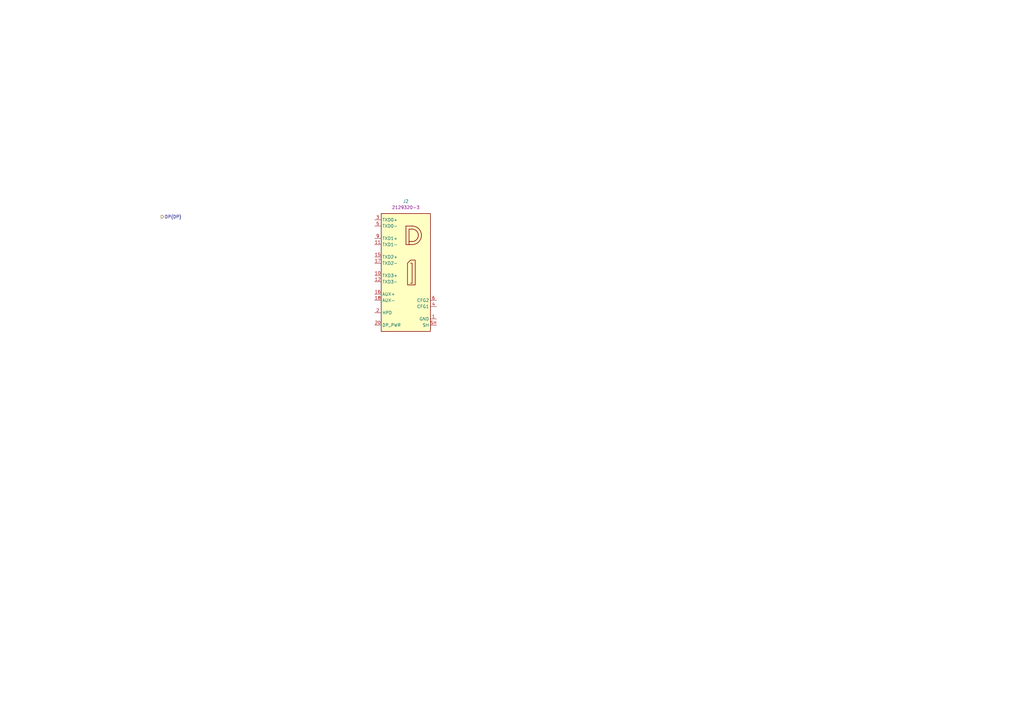
<source format=kicad_sch>
(kicad_sch (version 20250114) (generator "eeschema") (generator_version "9.0")
  (paper "A3")
  (title_block (title "BMC Reference Carrier Board") (date "2025-08-14") (rev "1.0.0"))
  (lib_symbols
    (symbol "antmicroVideoConnectors:DisplayPort-Mini_TE_2129320-3"
      (property "Reference" "J" (at 45.72 2.54 0))
      (property "MPN" "2129320-3" (at 45.72 -7.62 0))
      (symbol "DisplayPort-Mini_TE_2129320-3_1_1"
        (rectangle (start 2.667 2.54) (end 22.86 -45.72) (stroke (width 0.254)) (fill (type background)))
        (polyline (pts (xy 12.827 -2.54) (xy 15.367 -2.54)) (stroke (width 0.254)) (fill (type background)))
        (polyline (pts (xy 12.827 -2.54) (xy 12.827 -10.16) (xy 15.367 -10.16)) (stroke (width 0.254)) (fill (type background)))
        (polyline (pts (xy 13.462 -17.78) (xy 14.732 -16.51) (xy 16.637 -16.51) (xy 16.637 -26.67) (xy 13.462 -26.67) (xy 13.462 -17.78)) (stroke (width 0.254)) (fill (type background)))
        (polyline (pts (xy 14.097 -3.81) (xy 14.097 -10.16)) (stroke (width 0.254)) (fill (type background)))
        (polyline (pts (xy 14.732 -26.035) (xy 15.367 -26.035) (xy 15.367 -17.78) (xy 14.732 -17.78)) (stroke (width 0.254)) (fill (type background)))
        (polyline (pts (xy 15.367 -3.81) (xy 14.097 -3.81)) (stroke (width 0.254)) (fill (type background)))
        (arc (start 15.367 -2.54) (mid 18.0611 -3.6559) (end 19.177 -6.35) (stroke (width 0.254)) (fill (type background)))
        (arc (start 15.367 -3.81) (mid 17.1631 -4.5539) (end 17.907 -6.35) (stroke (width 0.254)) (fill (type background)))
        (arc (start 17.907 -6.35) (mid 17.1631 -8.1461) (end 15.367 -8.89) (stroke (width 0.254)) (fill (type background)))
        (arc (start 19.177 -6.35) (mid 18.0611 -9.0441) (end 15.367 -10.16) (stroke (width 0.254)) (fill (type background)))
        (polyline (pts (xy 15.367 -8.89) (xy 14.097 -8.89)) (stroke (width 0.254)) (fill (type background)))
        (pin bidirectional line (at 0 0 0) (length 2.54) (name "TXD0+") (number "3"))
        (pin bidirectional line (at 0 -2.54 0) (length 2.54) (name "TXD0-") (number "5"))
        (pin bidirectional line (at 0 -7.62 0) (length 2.54) (name "TXD1+") (number "9"))
        (pin bidirectional line (at 0 -10.16 0) (length 2.54) (name "TXD1-") (number "11"))
        (pin bidirectional line (at 0 -15.24 0) (length 2.54) (name "TXD2+") (number "15"))
        (pin bidirectional line (at 0 -17.78 0) (length 2.54) (name "TXD2-") (number "17"))
        (pin bidirectional line (at 0 -22.86 0) (length 2.54) (name "TXD3+") (number "10"))
        (pin bidirectional line (at 0 -25.4 0) (length 2.54) (name "TXD3-") (number "12"))
        (pin bidirectional line (at 0 -30.48 0) (length 2.54) (name "AUX+") (number "16"))
        (pin bidirectional line (at 0 -33.02 0) (length 2.54) (name "AUX-") (number "18"))
        (pin passive line (at 0 -38.1 0) (length 2.54) (name "HPD") (number "2"))
        (pin power_in line (at 0 -43.18 0) (length 2.54) (name "DP_PWR") (number "20"))
        (pin passive line (at 25.4 -33.02 180) (length 2.54) (name "CFG2") (number "6"))
        (pin passive line (at 25.4 -35.56 180) (length 2.54) (name "CFG1") (number "4"))
        (pin power_in line (at 25.4 -40.64 180) (length 2.54) (name "GND") (number "1"))
        (pin passive line (at 25.4 -40.64 180) (length 2.54) (hide yes) (name "GND") (number "13"))
        (pin passive line (at 25.4 -40.64 180) (length 2.54) (hide yes) (name "GND") (number "14"))
        (pin passive line (at 25.4 -40.64 180) (length 2.54) (hide yes) (name "GND") (number "19"))
        (pin passive line (at 25.4 -40.64 180) (length 2.54) (hide yes) (name "GND") (number "7"))
        (pin passive line (at 25.4 -40.64 180) (length 2.54) (hide yes) (name "GND") (number "8"))
        (pin passive line (at 25.4 -43.18 180) (length 2.54) (name "SH") (number "SH"))
      )
    )
  )
  (hierarchical_label "DP{DP}" (shape output) (at 66.04 88.9 0))
  (symbol (lib_id "antmicroVideoConnectors:DisplayPort-Mini_TE_2129320-3") (at 153.67 90.17 0) (unit 1)
    (property "Reference" "J2" (at 166.4335 82.55 0))
    (property "Value" "DisplayPort-Mini_TE_2129320-3" (effects (hide yes)))
    (property "Footprint" "antmicro-footprints:DisplayPort-Mini_Receptacle_TE_2129320-3" (effects (hide yes)))
    (property "Datasheet" "https://www.te.com/usa-en/product-2129320-3.html" (effects (hide yes)))
    (property "Description" "DisplayPort, Mini Receptacle Connector 20 Position Through Hole, Right Angle" (effects (hide yes)))
    (property "MPN" "2129320-3" (at 166.4335 85.09 0))
    (property "Manufacturer" "TE Connectivity" (effects (hide yes)))
    (property "Author" "Antmicro" (effects (hide yes)))
    (property "License" "Apache-2.0" (effects (hide yes)))
  )
)
</source>
